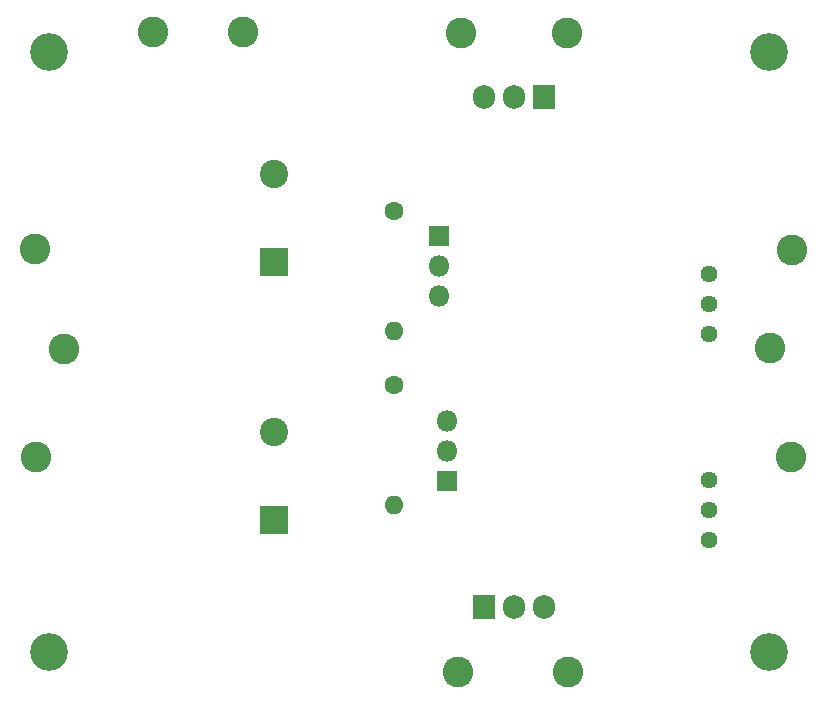
<source format=gbr>
G04 #@! TF.GenerationSoftware,KiCad,Pcbnew,(5.1.10-1-10_14)*
G04 #@! TF.CreationDate,2021-09-07T13:56:36+02:00*
G04 #@! TF.ProjectId,lv-lownoise-psu,6c762d6c-6f77-46e6-9f69-73652d707375,rev?*
G04 #@! TF.SameCoordinates,Original*
G04 #@! TF.FileFunction,Soldermask,Bot*
G04 #@! TF.FilePolarity,Negative*
%FSLAX46Y46*%
G04 Gerber Fmt 4.6, Leading zero omitted, Abs format (unit mm)*
G04 Created by KiCad (PCBNEW (5.1.10-1-10_14)) date 2021-09-07 13:56:36*
%MOMM*%
%LPD*%
G01*
G04 APERTURE LIST*
%ADD10O,1.600000X1.600000*%
%ADD11C,1.600000*%
%ADD12O,1.800000X1.800000*%
%ADD13R,1.800000X1.800000*%
%ADD14O,1.905000X2.000000*%
%ADD15R,1.905000X2.000000*%
%ADD16C,2.400000*%
%ADD17R,2.400000X2.400000*%
%ADD18C,2.600000*%
%ADD19C,1.440000*%
%ADD20C,3.200000*%
G04 APERTURE END LIST*
D10*
X114300000Y-71374000D03*
D11*
X114300000Y-61214000D03*
D10*
X114300000Y-56642000D03*
D11*
X114300000Y-46482000D03*
D12*
X118808500Y-64198500D03*
X118808500Y-66738500D03*
D13*
X118808500Y-69278500D03*
D12*
X118110000Y-53657500D03*
X118110000Y-51117500D03*
D13*
X118110000Y-48577500D03*
D14*
X127000000Y-80010000D03*
X124460000Y-80010000D03*
D15*
X121920000Y-80010000D03*
D14*
X121920000Y-36830000D03*
X124460000Y-36830000D03*
D15*
X127000000Y-36830000D03*
D16*
X104140000Y-65151000D03*
D17*
X104140000Y-72651000D03*
D16*
X104140000Y-43300000D03*
D17*
X104140000Y-50800000D03*
D18*
X119761000Y-85471000D03*
X129032000Y-85471000D03*
X128968500Y-31369000D03*
X120015000Y-31369000D03*
X93916500Y-31305500D03*
X101536500Y-31305500D03*
D19*
X140970000Y-74295000D03*
X140970000Y-71755000D03*
X140970000Y-69215000D03*
X140970000Y-56832500D03*
X140970000Y-54292500D03*
X140970000Y-51752500D03*
D18*
X147955000Y-67310000D03*
X146113500Y-58039000D03*
X148018500Y-49784000D03*
X83921600Y-49631600D03*
X86360000Y-58166000D03*
X83972400Y-67259200D03*
D20*
X146050000Y-33020000D03*
X146050000Y-83820000D03*
X85090000Y-83820000D03*
X85090000Y-33020000D03*
M02*

</source>
